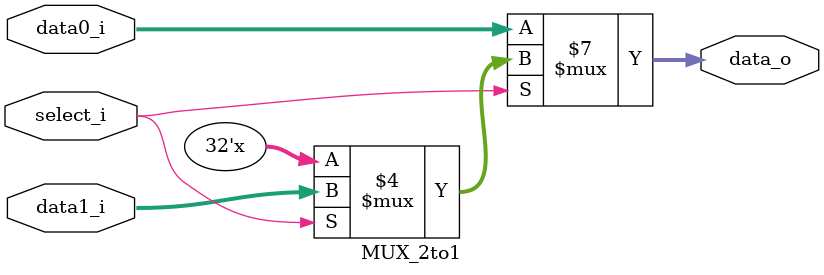
<source format=v>
`timescale 1ns/1ps

module MUX_2to1(
    input       [32-1:0] data0_i,
    input       [32-1:0] data1_i,
    input                select_i,
    output reg  [32-1:0] data_o
);
/* Write your code HERE */
always @ (*) begin
    if (select_i == 1'b0) begin
        data_o <= data0_i;
    end
    else if (select_i == 1'b1) begin
        data_o <= data1_i;
    end
end
endmodule

</source>
